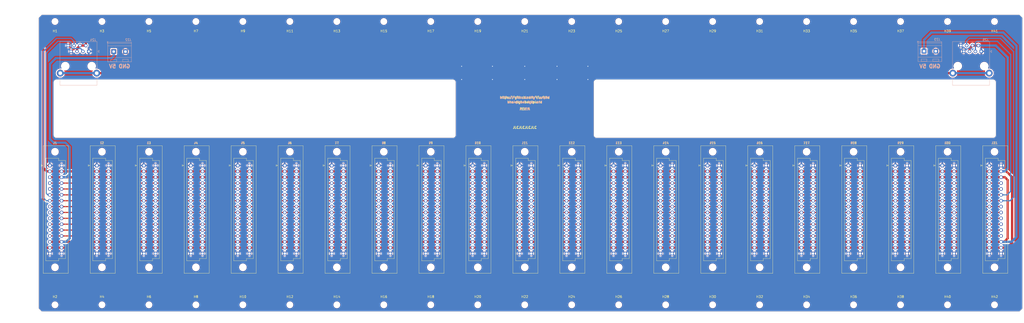
<source format=kicad_pcb>
(kicad_pcb (version 20221018) (generator pcbnew)
  (layers (0 "F.Cu" signal) (31 "B.Cu" signal) (34 "B.Paste" user) (35 "F.Paste" user) (36 "B.SilkS" user "B.Silkscreen") (37 "F.SilkS" user "F.Silkscreen") (38 "B.Mask" user) (39 "F.Mask" user) (44 "Edge.Cuts" user))
  (net 0 "")
  (net 1 "GND")
  (net 2 "+12V")
  (net 3 "+5V")
  (net 4 "RS485_B")
  (net 5 "RS485_A")
  (net 6 "RS485_INT_B")
  (net 7 "RS485_INT_A")
  (net 8 "SHIELD")
  (net 9 "BUS01")
  (net 10 "BUS02")
  (net 11 "BUS03")
  (net 12 "BUS05")
  (net 13 "BUS06")
  (net 14 "BUS04")
  (footprint "MountingHole:MountingHole_2.5mm" (layer "F.Cu") (at 347.98 279.7175)
    (fp_text reference "H32")
    (fp_text value "MountingHole")
  )
  (footprint "MountingHole:MountingHole_2.5mm" (layer "F.Cu") (at 307.34 157.1625)
    (fp_text reference "H27")
    (fp_text value "MountingHole")
  )
  (footprint "MountingHole:MountingHole_2.5mm" (layer "F.Cu") (at 43.18 157.1625)
    (fp_text reference "H1")
    (fp_text value "MountingHole")
  )
  (footprint "MountingHole:MountingHole_2.5mm" (layer "F.Cu") (at 246.38 279.7175)
    (fp_text reference "H22")
    (fp_text value "MountingHole")
  )
  (footprint "Connector_DIN:DIN41612_C2_2x16_Female_Vertical_THT" (layer "F.Cu") (at 183.18 219.445)
    (fp_text reference "J8")
    (fp_text value "DIN41612_02x16_AC")
  )
  (footprint "MountingHole:MountingHole_2.5mm" (layer "F.Cu") (at 368.3 279.7175)
    (fp_text reference "H34")
    (fp_text value "MountingHole")
  )
  (footprint "Connector_DIN:DIN41612_C2_2x16_Female_Vertical_THT" (layer "F.Cu") (at 386.38 219.445)
    (fp_text reference "J18")
    (fp_text value "DIN41612_02x16_AC")
  )
  (footprint "MountingHole:MountingHole_2.5mm" (layer "F.Cu") (at 449.58 157.1625)
    (fp_text reference "H41")
    (fp_text value "MountingHole")
  )
  (footprint "MountingHole:MountingHole_2.5mm" (layer "F.Cu") (at 124.46 279.7175)
    (fp_text reference "H10")
    (fp_text value "MountingHole")
  )
  (footprint "MountingHole:MountingHole_2.5mm" (layer "F.Cu") (at 246.38 157.1625)
    (fp_text reference "H21")
    (fp_text value "MountingHole")
  )
  (footprint "MountingHole:MountingHole_2.5mm" (layer "F.Cu") (at 388.62 279.7175)
    (fp_text reference "H36")
    (fp_text value "MountingHole")
  )
  (footprint "Connector_DIN:DIN41612_C2_2x16_Female_Vertical_THT" (layer "F.Cu") (at 244.14 219.445)
    (fp_text reference "J11")
    (fp_text value "DIN41612_02x16_AC")
  )
  (footprint "MountingHole:MountingHole_2.5mm" (layer "F.Cu") (at 429.26 157.1625)
    (fp_text reference "H39")
    (fp_text value "MountingHole")
  )
  (footprint "Connector_DIN:DIN41612_C2_2x16_Female_Vertical_THT" (layer "F.Cu") (at 345.74 219.445)
    (fp_text reference "J16")
    (fp_text value "DIN41612_02x16_AC")
  )
  (footprint "Connector_DIN:DIN41612_C2_2x16_Female_Vertical_THT" (layer "F.Cu") (at 61.26 219.445)
    (fp_text reference "J2")
    (fp_text value "DIN41612_02x16_AC")
  )
  (footprint "MountingHole:MountingHole_2.5mm" (layer "F.Cu") (at 43.18 279.7175)
    (fp_text reference "H2")
    (fp_text value "MountingHole")
  )
  (footprint "MountingHole:MountingHole_2.5mm" (layer "F.Cu") (at 205.74 279.7175)
    (fp_text reference "H18")
    (fp_text value "MountingHole")
  )
  (footprint "Connector_DIN:DIN41612_C2_2x16_Female_Vertical_THT" (layer "F.Cu") (at 122.22 219.445)
    (fp_text reference "J5")
    (fp_text value "DIN41612_02x16_AC")
  )
  (footprint "MountingHole:MountingHole_2.5mm" (layer "F.Cu") (at 104.14 279.7175)
    (fp_text reference "H8")
    (fp_text value "MountingHole")
  )
  (footprint "Connector_DIN:DIN41612_C2_2x16_Female_Vertical_THT" (layer "F.Cu") (at 223.82 219.445)
    (fp_text reference "J10")
    (fp_text value "DIN41612_02x16_AC")
  )
  (footprint "MountingHole:MountingHole_2.5mm" (layer "F.Cu") (at 165.1 279.7175)
    (fp_text reference "H14")
    (fp_text value "MountingHole")
  )
  (footprint "MountingHole:MountingHole_2.5mm" (layer "F.Cu") (at 83.82 279.7175)
    (fp_text reference "H6")
    (fp_text value "MountingHole")
  )
  (footprint "MountingHole:MountingHole_2.5mm" (layer "F.Cu") (at 429.26 279.7175)
    (fp_text reference "H40")
    (fp_text value "MountingHole")
  )
  (footprint "MountingHole:MountingHole_2.5mm" (layer "F.Cu") (at 449.58 279.7175)
    (fp_text reference "H42")
    (fp_text value "MountingHole")
  )
  (footprint "MountingHole:MountingHole_2.5mm" (layer "F.Cu") (at 104.14 157.1625)
    (fp_text reference "H7")
    (fp_text value "MountingHole")
  )
  (footprint "Connector_DIN:DIN41612_C2_2x16_Female_Vertical_THT" (layer "F.Cu") (at 203.5 219.445)
    (fp_text reference "J9")
    (fp_text value "DIN41612_02x16_AC")
  )
  (footprint "Connector_DIN:DIN41612_C2_2x16_Female_Vertical_THT" (layer "F.Cu") (at 427.02 219.445)
    (fp_text reference "J20")
    (fp_text value "DIN41612_02x16_AC")
  )
  (footprint "MountingHole:MountingHole_2.5mm" (layer "F.Cu") (at 266.7 157.1625)
    (fp_text reference "H23")
    (fp_text value "MountingHole")
  )
  (footprint "MountingHole:MountingHole_2.5mm" (layer "F.Cu") (at 124.46 157.1625)
    (fp_text reference "H9")
    (fp_text value "MountingHole")
  )
  (footprint "Connector_DIN:DIN41612_C2_2x16_Female_Vertical_THT" (layer "F.Cu") (at 81.58 219.445)
    (fp_text reference "J3")
    (fp_text value "DIN41612_02x16_AC")
  )
  (footprint "Connector_DIN:DIN41612_C2_2x16_Female_Vertical_THT" (layer "F.Cu") (at 40.94 219.445)
    (fp_text reference "J1")
    (fp_text value "DIN41612_02x16_AC")
  )
  (footprint "MountingHole:MountingHole_2.5mm" (layer "F.Cu") (at 63.5 279.7175)
    (fp_text reference "H4")
    (fp_text value "MountingHole")
  )
  (footprint "MountingHole:MountingHole_2.5mm" (layer "F.Cu") (at 327.66 279.7175)
    (fp_text reference "H30")
    (fp_text value "MountingHole")
  )
  (footprint "MountingHole:MountingHole_2.5mm" (layer "F.Cu") (at 226.06 157.1625)
    (fp_text reference "H19")
    (fp_text value "MountingHole")
  )
  (footprint "Connector_DIN:DIN41612_C2_2x16_Female_Vertical_THT" (layer "F.Cu") (at 142.54 219.445)
    (fp_text reference "J6")
    (fp_text value "DIN41612_02x16_AC")
  )
  (footprint "Connector_DIN:DIN41612_C2_2x16_Female_Vertical_THT" (layer "F.Cu") (at 406.7 219.445)
    (fp_text reference "J19")
    (fp_text value "DIN41612_02x16_AC")
  )
  (footprint "MountingHole:MountingHole_2.5mm" (layer "F.Cu") (at 388.62 157.1625)
    (fp_text reference "H35")
    (fp_text value "MountingHole")
  )
  (footprint "MountingHole:MountingHole_2.5mm" (layer "F.Cu") (at 266.7 279.7175)
    (fp_text reference "H24")
    (fp_text value "MountingHole")
  )
  (footprint "MountingHole:MountingHole_2.5mm" (layer "F.Cu") (at 307.34 279.7175)
    (fp_text reference "H28")
    (fp_text value "MountingHole")
  )
  (footprint "Connector_DIN:DIN41612_C2_2x16_Female_Vertical_THT" (layer "F.Cu") (at 325.42 219.445)
    (fp_text reference "J15")
    (fp_text value "DIN41612_02x16_AC")
  )
  (footprint "MountingHole:MountingHole_2.5mm" (layer "F.Cu") (at 185.42 279.7175)
    (fp_text reference "H16")
    (fp_text value "MountingHole")
  )
  (footprint "MountingHole:MountingHole_2.5mm" (layer "F.Cu") (at 226.06 279.7175)
    (fp_text reference "H20")
    (fp_text value "MountingHole")
  )
  (footprint "MountingHole:MountingHole_2.5mm" (layer "F.Cu") (at 144.78 279.7175)
    (fp_text reference "H12")
    (fp_text value "MountingHole")
  )
  (footprint "MountingHole:MountingHole_2.5mm" (layer "F.Cu") (at 408.94 157.1625)
    (fp_text reference "H37")
    (fp_text value "MountingHole")
  )
  (footprint "MountingHole:MountingHole_2.5mm" (layer "F.Cu") (at 347.98 157.1625)
    (fp_text reference "H31")
    (fp_text value "MountingHole")
  )
  (footprint "MountingHole:MountingHole_2.5mm" (layer "F.Cu") (at 63.5 157.1625)
    (fp_text reference "H3")
    (fp_text value "MountingHole")
  )
  (footprint "MountingHole:MountingHole_2.5mm" (layer "F.Cu") (at 165.1 157.1625)
    (fp_text reference "H13")
    (fp_text value "MountingHole")
  )
  (footprint "Connector_DIN:DIN41612_C2_2x16_Female_Vertical_THT" (layer "F.Cu") (at 305.1 219.445)
    (fp_text reference "J14")
    (fp_text value "DIN41612_02x16_AC")
  )
  (footprint "Connector_DIN:DIN41612_C2_2x16_Female_Vertical_THT" (layer "F.Cu") (at 264.46 219.445)
    (fp_text reference "J12")
    (fp_text value "DIN41612_02x16_AC")
  )
  (footprint "MountingHole:MountingHole_2.5mm" (layer "F.Cu") (at 205.74 157.1625)
    (fp_text reference "H17")
    (fp_text value "MountingHole")
  )
  (footprint "MountingHole:MountingHole_2.5mm" (layer "F.Cu") (at 83.82 157.1625)
    (fp_text reference "H5")
    (fp_text value "MountingHole")
  )
  (footprint "MountingHole:MountingHole_2.5mm" (layer "F.Cu") (at 185.42 157.1625)
    (fp_text reference "H15")
    (fp_text value "MountingHole")
  )
  (footprint "Connector_DIN:DIN41612_C2_2x16_Female_Vertical_THT" (layer "F.Cu") (at 162.86 219.445)
    (fp_text reference "J7")
    (fp_text value "DIN41612_02x16_AC")
  )
  (footprint "MountingHole:MountingHole_2.5mm" (layer "F.Cu") (at 144.78 157.1625)
    (fp_text reference "H11")
    (fp_text value "MountingHole")
  )
  (footprint "MountingHole:MountingHole_2.5mm" (layer "F.Cu") (at 368.3 157.1625)
    (fp_text reference "H33")
    (fp_text value "MountingHole")
  )
  (footprint "MountingHole:MountingHole_2.5mm" (layer "F.Cu") (at 327.66 157.1625)
    (fp_text reference "H29")
    (fp_text value "MountingHole")
  )
  (footprint "MountingHole:MountingHole_2.5mm" (layer "F.Cu") (at 287.02 279.7175)
    (fp_text reference "H26")
    (fp_text value "MountingHole")
  )
  (footprint "Connector_DIN:DIN41612_C2_2x16_Female_Vertical_THT" (layer "F.Cu") (at 366.06 219.445)
    (fp_text reference "J17")
    (fp_text value "DIN41612_02x16_AC")
  )
  (footprint "MountingHole:MountingHole_2.5mm" (layer "F.Cu") (at 408.94 279.7175)
    (fp_text reference "H38")
    (fp_text value "MountingHole")
  )
  (footprint "Connector_DIN:DIN41612_C2_2x16_Female_Vertical_THT" (layer "F.Cu") (at 447.34 219.445)
    (fp_text reference "J21")
    (fp_text value "DIN41612_02x16_AC")
  )
  (footprint "Connector_DIN:DIN41612_C2_2x16_Female_Vertical_THT" (layer "F.Cu") (at 101.9 219.445)
    (fp_text reference "J4")
    (fp_text value "DIN41612_02x16_AC")
  )
  (footprint "Connector_DIN:DIN41612_C2_2x16_Female_Vertical_THT" (layer "F.Cu") (at 284.78 219.445)
    (fp_text reference "J13")
    (fp_text value "DIN41612_02x16_AC")
  )
  (footprint "MountingHole:MountingHole_2.5mm" (layer "F.Cu") (at 287.02 157.1625)
    (fp_text reference "H25")
    (fp_text value "MountingHole")
  )
  (footprint "kiu:GDLX-S-88K" (layer "B.Cu") (at 439.42 179.503 180)
    (fp_text reference "J25")
    (fp_text value "RJ45_Shielded")
  )
  (footprint "TerminalBlock_RND:TerminalBlock_RND_205-00232_1x02_P5.08mm_Horizontal" (layer "B.Cu") (at 68.575 170.18)
    (fp_text reference "J22")
    (fp_text value "Screw_Terminal_01x02")
  )
  (footprint "kiu:GDLX-S-88K" (layer "B.Cu") (at 53.34 179.503 180)
    (fp_text reference "J24")
    (fp_text value "RJ45_Shielded")
  )
  (footprint "TerminalBlock_RND:TerminalBlock_RND_205-00232_1x02_P5.08mm_Horizontal" (layer "B.Cu") (at 419.095 170.005)
    (fp_text reference "J23")
    (fp_text value "Screw_Terminal_01x02")
  )
  (gr_line (start 43.815 207.5) (end 215.265 207.5) (stroke (width 0.1)) (layer "Edge.Cuts"))
  (gr_line (start 36.195 281.305) (end 36.195 155.575) (stroke (width 0.1)) (layer "Edge.Cuts"))
  (gr_arc (start 216.535 206.23) (mid 216.163026 207.128026) (end 215.265 207.5) (stroke (width 0.1)) (layer "Edge.Cuts"))
  (gr_line (start 450.215 206.23) (end 450.215 183.515) (stroke (width 0.1)) (layer "Edge.Cuts"))
  (gr_line (start 448.945 207.5) (end 277.495 207.5) (stroke (width 0.1)) (layer "Edge.Cuts"))
  (gr_arc (start 215.265 182.245) (mid 216.163026 182.616974) (end 216.535 183.515) (stroke (width 0.1)) (layer "Edge.Cuts"))
  (gr_line (start 461.645 155.575) (end 460.375 154.305) (stroke (width 0.1)) (layer "Edge.Cuts"))
  (gr_line (start 460.375 282.575) (end 461.645 281.305) (stroke (width 0.1)) (layer "Edge.Cuts"))
  (gr_line (start 277.495 182.245) (end 448.945 182.245) (stroke (width 0.1)) (layer "Edge.Cuts"))
  (gr_line (start 42.545 183.515) (end 42.545 206.23) (stroke (width 0.1)) (layer "Edge.Cuts"))
  (gr_arc (start 42.545 183.515) (mid 42.916974 182.616974) (end 43.815 182.245) (stroke (width 0.1)) (layer "Edge.Cuts"))
  (gr_line (start 215.265 182.245) (end 43.815 182.245) (stroke (width 0.1)) (layer "Edge.Cuts"))
  (gr_arc (start 450.215 206.23) (mid 449.843026 207.128026) (end 448.945 207.5) (stroke (width 0.1)) (layer "Edge.Cuts"))
  (gr_line (start 216.535 206.23) (end 216.535 183.515) (stroke (width 0.1)) (layer "Edge.Cuts"))
  (gr_line (start 37.465 154.305) (end 460.375 154.305) (stroke (width 0.1)) (layer "Edge.Cuts"))
  (gr_line (start 461.645 281.305) (end 461.645 155.575) (stroke (width 0.1)) (layer "Edge.Cuts"))
  (gr_arc (start 277.495 207.5) (mid 276.596974 207.128026) (end 276.225 206.23) (stroke (width 0.1)) (layer "Edge.Cuts"))
  (gr_arc (start 448.945 182.245) (mid 449.843026 182.616974) (end 450.215 183.515) (stroke (width 0.1)) (layer "Edge.Cuts"))
  (gr_arc (start 276.225 183.515) (mid 276.596974 182.616974) (end 277.495 182.245) (stroke (width 0.1)) (layer "Edge.Cuts"))
  (gr_line (start 276.225 183.515) (end 276.225 206.23) (stroke (width 0.1)) (layer "Edge.Cuts"))
  (gr_arc (start 43.815 207.5) (mid 42.916974 207.128026) (end 42.545 206.23) (stroke (width 0.1)) (layer "Edge.Cuts"))
  (gr_line (start 37.465 282.575) (end 460.375 282.575) (stroke (width 0.1)) (layer "Edge.Cuts"))
  (gr_line (start 36.195 155.575) (end 37.465 154.305) (stroke (width 0.1)) (layer "Edge.Cuts"))
  (gr_line (start 37.465 282.575) (end 36.195 281.305) (stroke (width 0.1)) (layer "Edge.Cuts"))
  (gr_text "REV A" (at 246.4 195) (layer "B.SilkS") (effects (font (size 1 1) (thickness 0.25) bold) (justify mirror)))
  (gr_text "kha-bgt-backplane" (at 246.4 192) (layer "B.SilkS") (effects (font (size 1 1) (thickness 0.25) bold) (justify mirror)))
  (gr_text "GND 5V" (at 421.64 176.53) (layer "B.SilkS") (effects (font (size 1.6 1.6) (thickness 0.4) bold) (justify mirror)))
  (gr_text "https://github.com/kiu/kha" (at 246.4 190) (layer "B.SilkS") (effects (font (size 1 1) (thickness 0.25) bold) (justify mirror)))
  (gr_text "GND 5V" (at 71.12 176.53) (layer "B.SilkS") (effects (font (size 1.6 1.6) (thickness 0.4) bold) (justify mirror)))
  (gr_text "JLCJLCJLCJLC" (at 246.4 203) (layer "F.SilkS") (effects (font (size 1 1) (thickness 0.25) bold)))
  (gr_text "kha-bgt-backplane" (at 246.4 192) (layer "F.SilkS") (effects (font (size 1 1) (thickness 0.25) bold)))
  (gr_text "REV A" (at 246.4 195) (layer "F.SilkS") (effects (font (size 1 1) (thickness 0.25) bold)))
  (gr_text "https://github.com/kiu/kha" (at 246.4 190) (layer "F.SilkS") (effects (font (size 1 1) (thickness 0.25) bold)))
  (via (at 273.685 176.53) (size 0.8) (drill 0.4) (layers "F.Cu" "B.Cu") (net 1))
  (via (at 232.41 182.245) (size 0.8) (drill 0.4) (layers "F.Cu" "B.Cu") (net 1))
  (via (at 232.41 176.53) (size 0.8) (drill 0.4) (layers "F.Cu" "B.Cu") (net 1))
  (via (at 260.35 176.53) (size 0.8) (drill 0.4) (layers "F.Cu" "B.Cu") (net 1))
  (via (at 219.075 176.53) (size 0.8) (drill 0.4) (layers "F.Cu" "B.Cu") (net 1))
  (via (at 273.685 182.245) (size 0.8) (drill 0.4) (layers "F.Cu" "B.Cu") (net 1))
  (via (at 246.38 182.245) (size 0.8) (drill 0.4) (layers "F.Cu" "B.Cu") (net 1))
  (via (at 246.38 176.53) (size 0.8) (drill 0.4) (layers "F.Cu" "B.Cu") (net 1))
  (via (at 219.075 182.245) (size 0.8) (drill 0.4) (layers "F.Cu" "B.Cu") (net 1))
  (via (at 260.35 182.245) (size 0.8) (drill 0.4) (layers "F.Cu" "B.Cu") (net 1))
  (segment (start 52.705 170.105) (end 52.705 168.835) (width 1) (layer "F.Cu") (net 2))
  (segment (start 56.515 163.83) (end 55.245 162.56) (width 1) (layer "F.Cu") (net 2))
  (segment (start 438.785 168.835) (end 440.055 167.565) (width 1) (layer "F.Cu") (net 2))
  (segment (start 452.42 221.985) (end 40.94 221.985) (width 1) (layer "F.Cu") (net 2))
  (segment (start 56.515 167.565) (end 56.515 163.83) (width 1) (layer "F.Cu") (net 2))
  (segment (start 40.94 221.985) (end 39.605 221.985) (width 1) (layer "F.Cu") (net 2))
  (segment (start 40.005 255.005) (end 40.94 255.005) (width 1) (layer "F.Cu") (net 2))
  (segment (start 454.715 221.985) (end 457.2 224.47) (width 1) (layer "F.Cu") (net 2))
  (segment (start 56.515 167.565) (end 53.975 167.565) (width 1) (layer "F.Cu") (net 2))
  (segment (start 38.735 254.135) (end 39.605 255.005) (width 1) (layer "F.Cu") (net 2))
  (segment (start 38.1 167.64) (end 38.1 220.98) (width 1) (layer "F.Cu") (net 2))
  (segment (start 452.42 255.005) (end 40.005 255.005) (width 1) (layer "F.Cu") (net 2))
  (segment (start 455.06 255.005) (end 452.42 255.005) (width 1) (layer "F.Cu") (net 2))
  (segment (start 39.605 255.005) (end 40.005 255.005) (width 1) (layer "F.Cu") (net 2))
  (segment (start 38.1 220.48) (end 38.1 253.5) (width 1) (layer "F.Cu") (net 2))
  (segment (start 39.605 221.985) (end 38.735 221.115) (width 1) (layer "F.Cu") (net 2))
  (segment (start 38.1 220.48) (end 38.735 221.115) (width 1) (layer "F.Cu") (net 2))
  (segment (start 38.1 253.5) (end 38.735 254.135) (width 1) (layer "F.Cu") (net 2))
  (segment (start 442.595 167.565) (end 440.055 167.565) (width 1) (layer "F.Cu") (net 2))
  (segment (start 452.42 221.985) (end 454.715 221.985) (width 1) (layer "F.Cu") (net 2))
  (segment (start 438.785 170.105) (end 438.785 168.835) (width 1) (layer "F.Cu") (net 2))
  (segment (start 457.2 252.865) (end 455.06 255.005) (width 1) (layer "F.Cu") (net 2))
  (segment (start 457.2 224.47) (end 457.2 252.865) (width 1) (layer "F.Cu") (net 2))
  (segment (start 55.245 162.56) (end 43.18 162.56) (width 1) (layer "F.Cu") (net 2))
  (segment (start 43.18 162.56) (end 38.1 167.64) (width 1) (layer "F.Cu") (net 2))
  (segment (start 52.705 168.835) (end 53.975 167.565) (width 1) (layer "F.Cu") (net 2))
  (segment (start 455.295 220.66) (end 455.295 172.72) (width 1) (layer "B.Cu") (net 2))
  (segment (start 455.295 172.72) (end 450.14 167.565) (width 1) (layer "B.Cu") (net 2))
  (segment (start 452.42 221.985) (end 453.97 221.985) (width 1) (layer "B.Cu") (net 2))
  (segment (start 453.97 221.985) (end 455.295 220.66) (width 1) (layer "B.Cu") (net 2))
  (segment (start 450.14 167.565) (end 442.595 167.565) (width 1) (layer "B.Cu") (net 2))
  (segment (start 452.42 224.525) (end 40.94 224.525) (width 1) (layer "F.Cu") (net 3))
  (segment (start 452.42 252.465) (end 40.94 252.465) (width 1) (layer "F.Cu") (net 3))
  (segment (start 454.08 224.525) (end 455.295 225.74) (width 1) (layer "F.Cu") (net 3))
  (segment (start 455.295 250.96) (end 453.79 252.465) (width 1) (layer "F.Cu") (net 3))
  (segment (start 455.295 225.74) (end 455.295 250.96) (width 1) (layer "F.Cu") (net 3))
  (segment (start 452.42 224.525) (end 454.08 224.525) (width 1) (layer "F.Cu") (net 3))
  (segment (start 453.79 252.465) (end 452.42 252.465) (width 1) (layer "F.Cu") (net 3))
  (segment (start 459.105 250.325) (end 456.965 252.465) (width 1) (layer "B.Cu") (net 3))
  (segment (start 419.095 165.105) (end 422.275 161.925) (width 1) (layer "B.Cu") (net 3))
  (segment (start 459.105 167.64) (end 459.105 250.325) (width 1) (layer "B.Cu") (net 3))
  (segment (start 48.025 252.465) (end 46.02 252.465) (width 1) (layer "B.Cu") (net 3))
  (segment (start 48.205 224.525) (end 46.02 224.525) (width 1) (layer "B.Cu") (net 3))
  (segment (start 419.095 170.005) (end 419.095 165.105) (width 1) (layer "B.Cu") (net 3))
  (segment (start 68.575 172.09) (end 67.63 173.035) (width 1) (layer "B.Cu") (net 3))
  (segment (start 68.575 170.18) (end 68.575 172.09) (width 1) (layer "B.Cu") (net 3))
  (segment (start 43.5 173.035) (end 41.005 175.53) (width 1) (layer "B.Cu") (net 3))
  (segment (start 41.005 175.53) (end 41.005 208.01) (width 1) (layer "B.Cu") (net 3))
  (segment (start 453.39 161.925) (end 459.105 167.64) (width 1) (layer "B.Cu") (net 3))
  (segment (start 49.53 250.96) (end 48.025 252.465) (width 1) (layer "B.Cu") (net 3))
  (segment (start 47.625 209.55) (end 42.545 209.55) (width 1) (layer "B.Cu") (net 3))
  (segment (start 67.63 173.035) (end 43.5 173.035) (width 1) (layer "B.Cu") (net 3))
  (segment (start 456.965 252.465) (end 452.42 252.465) (width 1) (layer "B.Cu") (net 3))
  (segment (start 49.53 211.455) (end 47.625 209.55) (width 1) (layer "B.Cu") (net 3))
  (segment (start 42.545 209.55) (end 41.005 208.01) (width 1) (layer "B.Cu") (net 3))
  (segment (start 49.53 223.2) (end 48.205 224.525) (width 1) (layer "B.Cu") (net 3))
  (segment (start 422.275 161.925) (end 453.39 161.925) (width 1) (layer "B.Cu") (net 3))
  (segment (start 49.53 211.455) (end 49.53 250.96) (width 1) (layer "B.Cu") (net 3))
  (segment (start 452.42 234.685) (end 40.94 234.685) (width 0.5) (layer "F.Cu") (net 4))
  (segment (start 438.785 164.465) (end 452.12 164.465) (width 0.5) (layer "B.Cu") (net 4))
  (segment (start 50.165 164.465) (end 43.815 164.465) (width 0.5) (layer "B.Cu") (net 4))
  (segment (start 437.515 165.735) (end 438.785 164.465) (width 0.5) (layer "B.Cu") (net 4))
  (segment (start 456.33 234.685) (end 452.42 234.685) (width 0.5) (layer "B.Cu") (net 4))
  (segment (start 43.815 164.465) (end 38.1 170.18) (width 0.5) (layer "B.Cu") (net 4))
  (segment (start 457.835 233.18) (end 457.835 170.18) (width 0.5) (layer "B.Cu") (net 4))
  (segment (start 452.12 164.465) (end 457.835 170.18) (width 0.5) (layer "B.Cu") (net 4))
  (segment (start 38.1 233.36) (end 39.425 234.685) (width 0.5) (layer "B.Cu") (net 4))
  (segment (start 39.425 234.685) (end 40.94 234.685) (width 0.5) (layer "B.Cu") (net 4))
  (segment (start 457.835 233.18) (end 456.33 234.685) (width 0.5) (layer "B.Cu") (net 4))
  (segment (start 51.435 167.565) (end 51.435 165.735) (width 0.5) (layer "B.Cu") (net 4))
  (segment (start 38.1 233.36) (end 38.1 170.18) (width 0.5) (layer "B.Cu") (net 4))
  (segment (start 437.515 167.565) (end 437.515 165.735) (width 0.5) (layer "B.Cu") (net 4))
  (segment (start 51.435 165.735) (end 50.165 164.465) (width 0.5) (layer "B.Cu") (net 4))
  (segment (start 452.42 232.145) (end 40.94 232.145) (width 0.5) (layer "F.Cu") (net 5))
  (segment (start 44.45 165.735) (end 39.37 170.815) (width 0.5) (layer "B.Cu") (net 5))
  (segment (start 55.245 170.105) (end 55.245 169.825051) (width 0.5) (layer "B.Cu") (net 5))
  (segment (start 39.37 231.455) (end 40.06 232.145) (width 0.5) (layer "B.Cu") (net 5))
  (segment (start 39.37 170.815) (end 39.37 231.455) (width 0.5) (layer "B.Cu") (net 5))
  (segment (start 49.53 165.735) (end 44.45 165.735) (width 0.5) (layer "B.Cu") (net 5))
  (segment (start 50.165 168.275) (end 50.165 166.37) (width 0.5) (layer "B.Cu") (net 5))
  (segment (start 452.42 232.145) (end 455.06 232.145) (width 0.5) (layer "B.Cu") (net 5))
  (segment (start 456.565 171.45) (end 456.565 230.64) (width 0.5) (layer "B.Cu") (net 5))
  (segment (start 455.06 232.145) (end 456.565 230.64) (width 0.5) (layer "B.Cu") (net 5))
  (segment (start 441.96 165.735) (end 441.325 166.37) (width 0.5) (layer "B.Cu") (net 5))
  (segment (start 40.06 232.145) (end 40.94 232.145) (width 0.5) (layer "B.Cu") (net 5))
  (segment (start 456.565 171.45) (end 450.85 165.735) (width 0.5) (layer "B.Cu") (net 5))
  (segment (start 50.735 168.845) (end 50.165 168.275) (width 0.5) (layer "B.Cu") (net 5))
  (segment (start 450.85 165.735) (end 441.96 165.735) (width 0.5) (layer "B.Cu") (net 5))
  (segment (start 55.245 169.825051) (end 54.264949 168.845) (width 0.5) (layer "B.Cu") (net 5))
  (segment (start 441.325 166.37) (end 441.325 170.105) (width 0.5) (layer "B.Cu") (net 5))
  (segment (start 50.165 166.37) (end 49.53 165.735) (width 0.5) (layer "B.Cu") (net 5))
  (segment (start 54.264949 168.845) (end 50.735 168.845) (width 0.5) (layer "B.Cu") (net 5))
  (segment (start 452.42 229.605) (end 40.94 229.605) (width 0.5) (layer "F.Cu") (net 6))
  (segment (start 452.42 227.065) (end 40.94 227.065) (width 0.5) (layer "F.Cu") (net 7))
  (segment (start 61.214 179.505) (end 431.544 179.505) (width 1) (layer "F.Cu") (net 8))
  (segment (start 431.544 179.505) (end 431.546 179.503) (width 1) (layer "F.Cu") (net 8))
  (segment (start 61.214 179.505) (end 45.468 179.505) (width 1) (layer "B.Cu") (net 8))
  (segment (start 447.294 179.505) (end 431.548 179.505) (width 1) (layer "B.Cu") (net 8))
  (segment (start 431.548 179.505) (end 431.546 179.503) (width 1) (layer "B.Cu") (net 8))
  (segment (start 45.468 179.505) (end 45.466 179.503) (width 1) (layer "B.Cu") (net 8))
  (segment (start 452.42 237.225) (end 40.94 237.225) (width 0.5) (layer "F.Cu") (net 9))
  (segment (start 452.42 239.765) (end 40.94 239.765) (width 0.5) (layer "F.Cu") (net 10))
  (segment (start 452.42 242.305) (end 40.94 242.305) (width 0.5) (layer "F.Cu") (net 11))
  (segment (start 452.42 247.385) (end 40.94 247.385) (width 0.5) (layer "F.Cu") (net 12))
  (segment (start 452.42 249.925) (end 40.94 249.925) (width 0.5) (layer "F.Cu") (net 13))
  (segment (start 452.42 244.845) (end 40.94 244.845) (width 0.5) (layer "F.Cu") (net 14))
  (zone (net 1) (net_name "GND") (layers "F&B.Cu") (priority 1) (connect_pads (clearance 0.5)) (min_thickness 0.25) (fill yes (thermal_gap 0.5) (thermal_bridge_width 0.5))
    (polygon (pts (xy 35.56 154.305) (xy 462.28 154.305) (xy 462.28 282.575) (xy 35.56 282.575)))
  )
)
</source>
